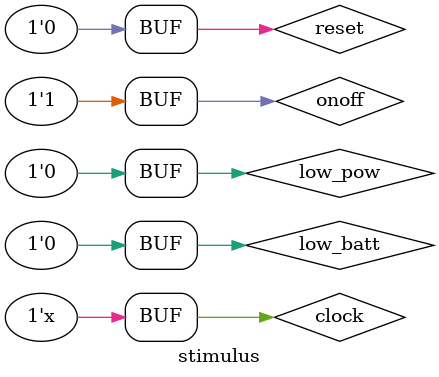
<source format=v>
`timescale 1ns / 1ps


module stimulus;

	// Inputs
	reg low_batt;
	reg low_pow;
	reg onoff;
	reg reset;
	reg clock;

	// Outputs
	wire enable_3v;
	wire enable_2v;
	wire enable_1v;
	wire ready;

	// Instantiate the Unit Under Test (UUT)
	PMIC uut (
		.low_batt(low_batt), 
		.low_pow(low_pow), 
		.onoff(onoff), 
		.reset(reset), 
		.enable_3v(enable_3v), 
		.enable_2v(enable_2v), 
		.enable_1v(enable_1v), 
		.ready(ready), 
		.clock(clock)
	);

	initial begin
		// Initialize Inputs
		low_batt = 0;
		low_pow = 0;
		onoff = 0;
		reset = 0;
		clock = 0;

		// Wait 100 ns for global reset to finish
		#100;
    end
		// Add stimulus here
	
	always
			#1 clock = ~clock;
			
	initial
		begin
			//Demonstrate the power on sequence
			#1 onoff = 1;
			//Demonstrate the power down sequence
			#29 onoff = 0;
			#30 onoff = 1;
			//Demonstrate the low battery sequence
			#30 low_batt = 1;
			//Circuit should power back up
			#30 low_batt = 0;
			//Demonstrate low power mode
			#30 low_pow = 1;
			#30 low_pow = 0;
		end
      
endmodule


</source>
